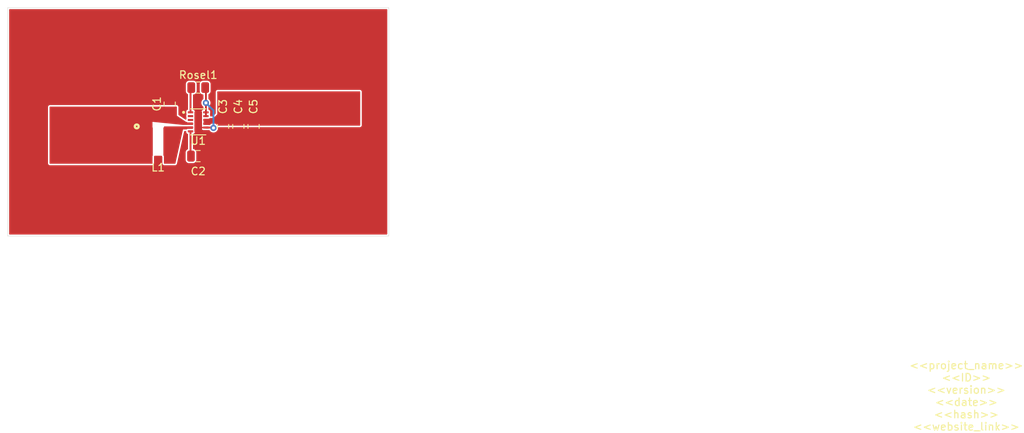
<source format=kicad_pcb>
(kicad_pcb (version 20211014) (generator pcbnew)
  (title_block (title "<<ID>>_<<project_name>>") (date "<<date>>") (rev "<<version>>") (comment 4 "<<hash>>"))
  (layers (0 "F.Cu" signal) (31 "B.Cu" signal) (34 "B.Paste" user) (35 "F.Paste" user) (36 "B.SilkS" user "B.Silkscreen") (37 "F.SilkS" user "F.Silkscreen") (38 "B.Mask" user) (39 "F.Mask" user) (44 "Edge.Cuts" user))
  (net 0 "")
  (net 1 "Vin")
  (net 2 "AGND")
  (net 3 "Vout")
  (net 4 "Net-(Rosel1-Pad1)")
  (net 5 "Mode")
  (net 6 "EN")
  (net 7 "/SW")
  (net 8 "GND")
  (footprint "Snapeda:TPS61094DSSR_SON50P300X200X80-13N" (layer "F.Cu") (at 125 115)
    (fp_text reference "U1" (at 0 2.5) (layer "F.SilkS"))
    (fp_text value "TPS61094DSSR")
    (fp_line (start -1 -1.705) (end 1 -1.705) (layer "F.SilkS") (width 0.127))
    (fp_line (start -1 1.705) (end 1 1.705) (layer "F.SilkS") (width 0.127))
    (fp_circle (center -1.92 -1.25) (end -1.82 -1.25) (layer "F.SilkS") (width 0.2) (fill none))
    (pad "1" smd roundrect (at -1.01 -1.25) (size 0.71 0.27) (layers "F.Cu" "F.Paste" "F.Mask") (roundrect_rratio 0.125) (net 4 "Net-(Rosel1-Pad1)"))
    (pad "2" smd roundrect (at -1.01 -0.75) (size 0.71 0.27) (layers "F.Cu" "F.Paste" "F.Mask") (roundrect_rratio 0.125) (net 5 "Mode"))
    (pad "3" smd roundrect (at -1.01 -0.25) (size 0.71 0.27) (layers "F.Cu" "F.Paste" "F.Mask") (roundrect_rratio 0.125) (net 6 "EN"))
    (pad "4" smd roundrect (at -1.01 0.25) (size 0.71 0.27) (layers "F.Cu" "F.Paste" "F.Mask") (roundrect_rratio 0.125) (net 1 "Vin"))
    (pad "5" smd roundrect (at -1.01 0.75) (size 0.71 0.27) (layers "F.Cu" "F.Paste" "F.Mask") (roundrect_rratio 0.125) (net 7 "/SW"))
    (pad "6" smd roundrect (at -1.01 1.25) (size 0.71 0.27) (layers "F.Cu" "F.Paste" "F.Mask") (roundrect_rratio 0.125) (net 1 "Vin"))
    (pad "7" smd roundrect (at 1.01 1.25) (size 0.71 0.27) (layers "F.Cu" "F.Paste" "F.Mask") (roundrect_rratio 0.125) (net 8 "GND"))
    (pad "8" smd roundrect (at 1.01 0.75) (size 0.71 0.27) (layers "F.Cu" "F.Paste" "F.Mask") (roundrect_rratio 0.125) (net 2 "AGND"))
    (pad "9" smd roundrect (at 1.01 0.25) (size 0.71 0.27) (layers "F.Cu" "F.Paste" "F.Mask") (roundrect_rratio 0.125) (net 3 "Vout"))
    (pad "10" smd roundrect (at 1.01 -0.25) (size 0.71 0.27) (layers "F.Cu" "F.Paste" "F.Mask") (roundrect_rratio 0.125) (net 3 "Vout"))
    (pad "11" smd roundrect (at 1.01 -0.75) (size 0.71 0.27) (layers "F.Cu" "F.Paste" "F.Mask") (roundrect_rratio 0.125) (net 2 "AGND"))
    (pad "12" smd roundrect (at 1.01 -1.25) (size 0.71 0.27) (layers "F.Cu" "F.Paste" "F.Mask") (roundrect_rratio 0.125) (net 2 "AGND"))
    (pad "13" smd rect (at 0 0) (size 1 2.65) (layers "F.Cu" "F.Mask") (net 8 "GND"))
  )
  (footprint "Capacitor_SMD:C_0805_2012Metric" (layer "F.Cu") (at 125 119.5)
    (fp_text reference "C2" (at 0 2) (layer "F.SilkS"))
    (fp_text value "C_Small")
    (fp_line (start -0.261252 -0.735) (end 0.261252 -0.735) (layer "F.SilkS") (width 0.12))
    (fp_line (start -0.261252 0.735) (end 0.261252 0.735) (layer "F.SilkS") (width 0.12))
    (pad "1" smd roundrect (at -0.95 0) (size 1 1.45) (layers "F.Cu" "F.Paste" "F.Mask") (net 1 "Vin"))
    (pad "2" smd roundrect (at 0.95 0) (size 1 1.45) (layers "F.Cu" "F.Paste" "F.Mask") (net 8 "GND"))
  )
  (footprint "Snapeda:WE-MAPI_4020_WE-MAPI_4020" (layer "F.Cu") (at 119.735 117.6)
    (fp_text reference "L1" (at 0 3.4) (layer "F.SilkS"))
    (fp_text value "WE-MAPI_4020")
    (fp_circle (center -2.8 -2) (end -2.7 -2) (layer "F.SilkS") (width 0.3) (fill none))
    (pad "1" smd rect (at -1.185 0) (size 0.98 3.7) (layers "F.Cu" "F.Paste" "F.Mask") (net 1 "Vin"))
    (pad "2" smd rect (at 1.185 0) (size 0.98 3.7) (layers "F.Cu" "F.Paste" "F.Mask") (net 7 "/SW"))
    (zone (net 0) (net_name "") (layer "F.Cu") (connect_pads (clearance 0)) (min_thickness 0.01)
      (keepout (tracks not_allowed) (vias not_allowed) (pads not_allowed) (copperpour not_allowed) (footprints allowed))
      (fill (thermal_gap 0.508) (thermal_bridge_width 0.508))
      (polygon (pts (xy 119.04 115.75) (xy 120.43 115.75) (xy 120.43 119.45) (xy 119.04 119.45)))
    )
  )
  (footprint "Capacitor_SMD:C_0805_2012Metric" (layer "F.Cu") (at 132.26 115.6 -90)
    (fp_text reference "C5" (at -2.6 0.01 90) (layer "F.SilkS"))
    (fp_text value "C_Small")
    (fp_line (start -0.261252 -0.735) (end 0.261252 -0.735) (layer "F.SilkS") (width 0.12))
    (fp_line (start -0.261252 0.735) (end 0.261252 0.735) (layer "F.SilkS") (width 0.12))
    (pad "1" smd roundrect (at -0.95 0 270) (size 1 1.45) (layers "F.Cu" "F.Paste" "F.Mask") (net 3 "Vout"))
    (pad "2" smd roundrect (at 0.95 0 270) (size 1 1.45) (layers "F.Cu" "F.Paste" "F.Mask") (net 8 "GND"))
  )
  (footprint "NetTie:NetTie-2_SMD_Pad0.5mm" (layer "F.Cu") (at 125.5 115.75)
    (fp_text reference "NT1" hide)
    (fp_text value "NetTie_2")
    (fp_poly (pts (xy -0.5 -0.1) (xy 0.5 -0.1) (xy 0.5 0.1) (xy -0.5 0.1)) (layer "F.Cu") (width 0) (fill solid))
    (pad "1" smd circle (at -0.5 0) (size 0.2 0.2) (layers "F.Cu") (net 8 "GND"))
    (pad "2" smd circle (at 0.5 0) (size 0.2 0.2) (layers "F.Cu") (net 2 "AGND"))
  )
  (footprint "Capacitor_SMD:C_0805_2012Metric" (layer "F.Cu") (at 128.26 115.6 -90)
    (fp_text reference "C3" (at -2.6 0.01 90) (layer "F.SilkS"))
    (fp_text value "C_Small")
    (fp_line (start -0.261252 -0.735) (end 0.261252 -0.735) (layer "F.SilkS") (width 0.12))
    (fp_line (start -0.261252 0.735) (end 0.261252 0.735) (layer "F.SilkS") (width 0.12))
    (pad "1" smd roundrect (at -0.95 0 270) (size 1 1.45) (layers "F.Cu" "F.Paste" "F.Mask") (net 3 "Vout"))
    (pad "2" smd roundrect (at 0.95 0 270) (size 1 1.45) (layers "F.Cu" "F.Paste" "F.Mask") (net 8 "GND"))
  )
  (footprint "Capacitor_SMD:C_0805_2012Metric" (layer "F.Cu") (at 121.26 112.65 90)
    (fp_text reference "C1" (at 0 -1.68 90) (layer "F.SilkS"))
    (fp_text value "C_Small")
    (fp_line (start -0.261252 -0.735) (end 0.261252 -0.735) (layer "F.SilkS") (width 0.12))
    (fp_line (start -0.261252 0.735) (end 0.261252 0.735) (layer "F.SilkS") (width 0.12))
    (pad "1" smd roundrect (at -0.95 0 90) (size 1 1.45) (layers "F.Cu" "F.Paste" "F.Mask") (net 1 "Vin"))
    (pad "2" smd roundrect (at 0.95 0 90) (size 1 1.45) (layers "F.Cu" "F.Paste" "F.Mask") (net 8 "GND"))
  )
  (footprint "Capacitor_SMD:C_0805_2012Metric" (layer "F.Cu") (at 130.26 115.6 -90)
    (fp_text reference "C4" (at -2.6 0.01 90) (layer "F.SilkS"))
    (fp_text value "C_Small")
    (fp_line (start -0.261252 0.735) (end 0.261252 0.735) (layer "F.SilkS") (width 0.12))
    (fp_line (start -0.261252 -0.735) (end 0.261252 -0.735) (layer "F.SilkS") (width 0.12))
    (pad "1" smd roundrect (at -0.95 0 270) (size 1 1.45) (layers "F.Cu" "F.Paste" "F.Mask") (net 3 "Vout"))
    (pad "2" smd roundrect (at 0.95 0 270) (size 1 1.45) (layers "F.Cu" "F.Paste" "F.Mask") (net 8 "GND"))
  )
  (footprint "Resistor_SMD:R_0805_2012Metric" (layer "F.Cu") (at 125 110.5)
    (fp_text reference "Rosel1" (at 0 -1.65) (layer "F.SilkS"))
    (fp_text value "R_Small")
    (fp_line (start -0.227064 0.735) (end 0.227064 0.735) (layer "F.SilkS") (width 0.12))
    (fp_line (start -0.227064 -0.735) (end 0.227064 -0.735) (layer "F.SilkS") (width 0.12))
    (pad "1" smd roundrect (at -0.9125 0) (size 1.025 1.4) (layers "F.Cu" "F.Paste" "F.Mask") (roundrect_rratio 0.243902) (net 4 "Net-(Rosel1-Pad1)"))
    (pad "2" smd roundrect (at 0.9125 0) (size 1.025 1.4) (layers "F.Cu" "F.Paste" "F.Mask") (roundrect_rratio 0.243902) (net 2 "AGND"))
  )
  (gr_rect (start 100 100) (end 150 130) (layer "Edge.Cuts") (width 0.05) (fill none))
  (gr_text "<<project_name>>\n<<ID>>\n<<version>>\n<<date>>\n<<hash>>\n<<website_link>>" (at 225.75 151) (layer "F.SilkS") (effects (font (size 1 1))))
  (segment (start 123.99 119.44) (end 124.05 119.5) (width 0.25) (layer "F.Cu") (net 1))
  (segment (start 123.99 116.25) (end 123.99 119.44) (width 0.25) (layer "F.Cu") (net 1))
  (segment (start 126.01 110.5975) (end 125.9125 110.5) (width 0.25) (layer "F.Cu") (net 2))
  (segment (start 126.01 113.75) (end 126.01 112.51) (width 0.25) (layer "F.Cu") (net 2))
  (segment (start 126.95 115.75) (end 127 115.8) (width 0.25) (layer "F.Cu") (net 2))
  (segment (start 126.01 114.25) (end 126.01 113.75) (width 0.25) (layer "F.Cu") (net 2))
  (segment (start 126 115.75) (end 126.95 115.75) (width 0.25) (layer "F.Cu") (net 2))
  (segment (start 126.01 112.51) (end 126.01 110.5975) (width 0.25) (layer "F.Cu") (net 2))
  (via (at 126.01 112.51) (size 0.8) (drill 0.4) (layers "F.Cu" "B.Cu") (net 2))
  (via (at 127 115.8) (size 0.8) (drill 0.4) (layers "F.Cu" "B.Cu") (net 2))
  (segment (start 127 113.5) (end 126.01 112.51) (width 0.25) (layer "B.Cu") (net 2))
  (segment (start 127 115.8) (end 127 113.5) (width 0.25) (layer "B.Cu") (net 2))
  (segment (start 123.99 110.5975) (end 124.0875 110.5) (width 0.25) (layer "F.Cu") (net 4))
  (segment (start 123.99 113.75) (end 123.99 110.5975) (width 0.25) (layer "F.Cu") (net 4))
  (zone (net 7) (net_name "/SW") (layer "F.Cu") (priority 1) (connect_pads yes (clearance 0.2)) (min_thickness 0.125) (fill yes (thermal_gap 0.508) (thermal_bridge_width 0.508))
    (polygon (pts (xy 124.5 116) (xy 123 116) (xy 122 120.5) (xy 120.5 120.5) (xy 120.5 115.6) (xy 124.5 115.6)))
  )
  (zone (net 3) (net_name "Vout") (layer "F.Cu") (priority 1) (connect_pads yes (clearance 0.2)) (min_thickness 0.125) (fill yes (thermal_gap 0.508) (thermal_bridge_width 0.508))
    (polygon (pts (xy 146.25 115.5) (xy 125.6 115.5) (xy 125.6 114.5) (xy 127 114.5) (xy 127.5 114) (xy 127.5 111) (xy 146.25 111)))
  )
  (zone (net 8) (net_name "GND") (layers F&B.Cu) (connect_pads yes (clearance 0.2)) (min_thickness 0.125) (fill yes (thermal_gap 0.508) (thermal_bridge_width 0.508))
    (polygon (pts (xy 151 131) (xy 99 131) (xy 99 99) (xy 151 99)))
  )
  (zone (net 1) (net_name "Vin") (layer "F.Cu") (priority 1) (connect_pads yes (clearance 0.2)) (min_thickness 0.125) (fill yes (thermal_gap 0.508) (thermal_bridge_width 0.508))
    (polygon (pts (xy 122.2 114.2) (xy 123.4 115) (xy 124.5 115) (xy 124.5 115.4) (xy 123 115.4) (xy 119 115) (xy 119 120.5) (xy 105.5 120.5) (xy 105.5 113) (xy 122.2 113)))
  )
)
</source>
